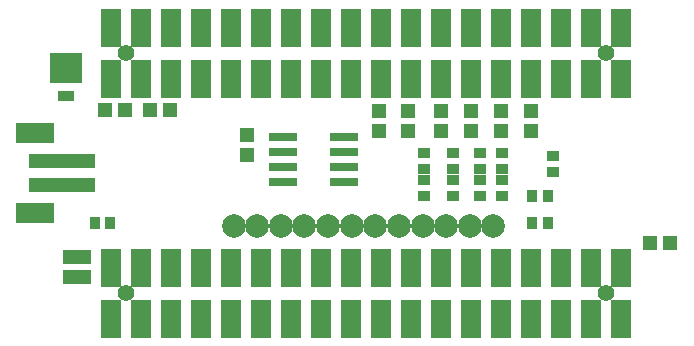
<source format=gbs>
G75*
%MOIN*%
%OFA0B0*%
%FSLAX25Y25*%
%IPPOS*%
%LPD*%
%AMOC8*
5,1,8,0,0,1.08239X$1,22.5*
%
%ADD10R,0.09461X0.03162*%
%ADD11R,0.04737X0.05131*%
%ADD12C,0.07887*%
%ADD13R,0.04343X0.03556*%
%ADD14R,0.06800X0.12800*%
%ADD15C,0.05524*%
%ADD16R,0.05800X0.03800*%
%ADD17R,0.10500X0.10000*%
%ADD18R,0.03556X0.04343*%
%ADD19R,0.22454X0.04737*%
%ADD20R,0.12611X0.07099*%
%ADD21R,0.05131X0.04737*%
D10*
X0095864Y0060600D03*
X0095864Y0065600D03*
X0095864Y0070600D03*
X0095864Y0075600D03*
X0116336Y0075600D03*
X0116336Y0070600D03*
X0116336Y0065600D03*
X0116336Y0060600D03*
D11*
X0128100Y0077754D03*
X0137600Y0077754D03*
X0148600Y0077754D03*
X0158600Y0077754D03*
X0158600Y0084446D03*
X0148600Y0084446D03*
X0137600Y0084446D03*
X0128100Y0084446D03*
X0168600Y0084446D03*
X0178600Y0084446D03*
X0178600Y0077754D03*
X0168600Y0077754D03*
X0084100Y0076446D03*
X0084100Y0069754D03*
X0029700Y0035646D03*
X0024800Y0035646D03*
X0024800Y0028954D03*
X0029700Y0028954D03*
D12*
X0079486Y0046100D03*
X0087360Y0046100D03*
X0095234Y0046100D03*
X0103108Y0046100D03*
X0110982Y0046100D03*
X0118856Y0046100D03*
X0126730Y0046100D03*
X0134604Y0046100D03*
X0142478Y0046100D03*
X0150352Y0046100D03*
X0158226Y0046100D03*
X0166100Y0046100D03*
D13*
X0169100Y0056041D03*
X0161600Y0056041D03*
X0161600Y0061159D03*
X0161600Y0065041D03*
X0169100Y0065041D03*
X0169100Y0061159D03*
X0169100Y0070159D03*
X0161600Y0070159D03*
X0152600Y0070159D03*
X0152600Y0065041D03*
X0152600Y0061159D03*
X0152600Y0056041D03*
X0143100Y0056041D03*
X0143100Y0061159D03*
X0143100Y0065041D03*
X0143100Y0070159D03*
X0186100Y0069159D03*
X0186100Y0064041D03*
D14*
X0038600Y0015100D03*
X0048600Y0015100D03*
X0058600Y0015100D03*
X0068600Y0015100D03*
X0078600Y0015100D03*
X0088600Y0015100D03*
X0098600Y0015100D03*
X0108600Y0015100D03*
X0118600Y0015100D03*
X0128600Y0015100D03*
X0138600Y0015100D03*
X0148600Y0015100D03*
X0158600Y0015100D03*
X0168600Y0015100D03*
X0178600Y0015100D03*
X0188600Y0015100D03*
X0198600Y0015100D03*
X0208600Y0015100D03*
X0208600Y0032100D03*
X0198600Y0032100D03*
X0188600Y0032100D03*
X0178600Y0032100D03*
X0168600Y0032100D03*
X0158600Y0032100D03*
X0148600Y0032100D03*
X0138600Y0032100D03*
X0128600Y0032100D03*
X0118600Y0032100D03*
X0108600Y0032100D03*
X0098600Y0032100D03*
X0088600Y0032100D03*
X0078600Y0032100D03*
X0068600Y0032100D03*
X0058600Y0032100D03*
X0048600Y0032100D03*
X0038600Y0032100D03*
X0038600Y0095100D03*
X0048600Y0095100D03*
X0058600Y0095100D03*
X0068600Y0095100D03*
X0078600Y0095100D03*
X0088600Y0095100D03*
X0098600Y0095100D03*
X0108600Y0095100D03*
X0118600Y0095100D03*
X0128600Y0095100D03*
X0138600Y0095100D03*
X0148600Y0095100D03*
X0158600Y0095100D03*
X0168600Y0095100D03*
X0178600Y0095100D03*
X0188600Y0095100D03*
X0198600Y0095100D03*
X0208600Y0095100D03*
X0208600Y0112100D03*
X0198600Y0112100D03*
X0188600Y0112100D03*
X0178600Y0112100D03*
X0168600Y0112100D03*
X0158600Y0112100D03*
X0148600Y0112100D03*
X0138600Y0112100D03*
X0128600Y0112100D03*
X0118600Y0112100D03*
X0108600Y0112100D03*
X0098600Y0112100D03*
X0088600Y0112100D03*
X0078600Y0112100D03*
X0068600Y0112100D03*
X0058600Y0112100D03*
X0048600Y0112100D03*
X0038600Y0112100D03*
D15*
X0043600Y0103600D03*
X0043600Y0023600D03*
X0203600Y0023600D03*
X0203600Y0103600D03*
D16*
X0023600Y0089350D03*
D17*
X0023600Y0098600D03*
D18*
X0033141Y0047000D03*
X0038259Y0047000D03*
X0179041Y0047100D03*
X0184159Y0047100D03*
X0184159Y0055900D03*
X0179041Y0055900D03*
D19*
X0022374Y0059663D03*
X0022374Y0067537D03*
D20*
X0013437Y0076986D03*
X0013437Y0050214D03*
D21*
X0036754Y0084600D03*
X0043446Y0084600D03*
X0051654Y0084600D03*
X0058346Y0084600D03*
X0218254Y0040400D03*
X0224946Y0040400D03*
M02*

</source>
